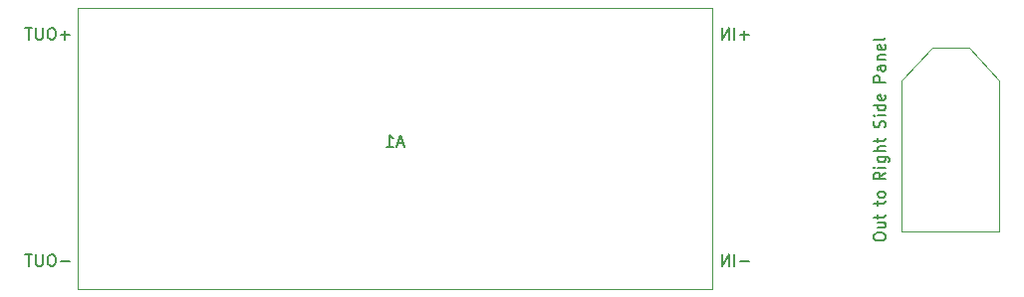
<source format=gbr>
%TF.GenerationSoftware,KiCad,Pcbnew,7.0.0*%
%TF.CreationDate,2023-03-08T15:40:00-05:00*%
%TF.ProjectId,left-side,6c656674-2d73-4696-9465-2e6b69636164,rev?*%
%TF.SameCoordinates,Original*%
%TF.FileFunction,Legend,Bot*%
%TF.FilePolarity,Positive*%
%FSLAX46Y46*%
G04 Gerber Fmt 4.6, Leading zero omitted, Abs format (unit mm)*
G04 Created by KiCad (PCBNEW 7.0.0) date 2023-03-08 15:40:00*
%MOMM*%
%LPD*%
G01*
G04 APERTURE LIST*
%ADD10C,0.150000*%
%ADD11C,0.120000*%
G04 APERTURE END LIST*
D10*
X140768380Y-135390476D02*
X140768380Y-135200000D01*
X140768380Y-135200000D02*
X140816000Y-135104762D01*
X140816000Y-135104762D02*
X140911238Y-135009524D01*
X140911238Y-135009524D02*
X141101714Y-134961905D01*
X141101714Y-134961905D02*
X141435047Y-134961905D01*
X141435047Y-134961905D02*
X141625523Y-135009524D01*
X141625523Y-135009524D02*
X141720761Y-135104762D01*
X141720761Y-135104762D02*
X141768380Y-135200000D01*
X141768380Y-135200000D02*
X141768380Y-135390476D01*
X141768380Y-135390476D02*
X141720761Y-135485714D01*
X141720761Y-135485714D02*
X141625523Y-135580952D01*
X141625523Y-135580952D02*
X141435047Y-135628571D01*
X141435047Y-135628571D02*
X141101714Y-135628571D01*
X141101714Y-135628571D02*
X140911238Y-135580952D01*
X140911238Y-135580952D02*
X140816000Y-135485714D01*
X140816000Y-135485714D02*
X140768380Y-135390476D01*
X141101714Y-134104762D02*
X141768380Y-134104762D01*
X141101714Y-134533333D02*
X141625523Y-134533333D01*
X141625523Y-134533333D02*
X141720761Y-134485714D01*
X141720761Y-134485714D02*
X141768380Y-134390476D01*
X141768380Y-134390476D02*
X141768380Y-134247619D01*
X141768380Y-134247619D02*
X141720761Y-134152381D01*
X141720761Y-134152381D02*
X141673142Y-134104762D01*
X141101714Y-133771428D02*
X141101714Y-133390476D01*
X140768380Y-133628571D02*
X141625523Y-133628571D01*
X141625523Y-133628571D02*
X141720761Y-133580952D01*
X141720761Y-133580952D02*
X141768380Y-133485714D01*
X141768380Y-133485714D02*
X141768380Y-133390476D01*
X141101714Y-132599999D02*
X141101714Y-132219047D01*
X140768380Y-132457142D02*
X141625523Y-132457142D01*
X141625523Y-132457142D02*
X141720761Y-132409523D01*
X141720761Y-132409523D02*
X141768380Y-132314285D01*
X141768380Y-132314285D02*
X141768380Y-132219047D01*
X141768380Y-131742856D02*
X141720761Y-131838094D01*
X141720761Y-131838094D02*
X141673142Y-131885713D01*
X141673142Y-131885713D02*
X141577904Y-131933332D01*
X141577904Y-131933332D02*
X141292190Y-131933332D01*
X141292190Y-131933332D02*
X141196952Y-131885713D01*
X141196952Y-131885713D02*
X141149333Y-131838094D01*
X141149333Y-131838094D02*
X141101714Y-131742856D01*
X141101714Y-131742856D02*
X141101714Y-131599999D01*
X141101714Y-131599999D02*
X141149333Y-131504761D01*
X141149333Y-131504761D02*
X141196952Y-131457142D01*
X141196952Y-131457142D02*
X141292190Y-131409523D01*
X141292190Y-131409523D02*
X141577904Y-131409523D01*
X141577904Y-131409523D02*
X141673142Y-131457142D01*
X141673142Y-131457142D02*
X141720761Y-131504761D01*
X141720761Y-131504761D02*
X141768380Y-131599999D01*
X141768380Y-131599999D02*
X141768380Y-131742856D01*
X141768380Y-129809523D02*
X141292190Y-130142856D01*
X141768380Y-130380951D02*
X140768380Y-130380951D01*
X140768380Y-130380951D02*
X140768380Y-129999999D01*
X140768380Y-129999999D02*
X140816000Y-129904761D01*
X140816000Y-129904761D02*
X140863619Y-129857142D01*
X140863619Y-129857142D02*
X140958857Y-129809523D01*
X140958857Y-129809523D02*
X141101714Y-129809523D01*
X141101714Y-129809523D02*
X141196952Y-129857142D01*
X141196952Y-129857142D02*
X141244571Y-129904761D01*
X141244571Y-129904761D02*
X141292190Y-129999999D01*
X141292190Y-129999999D02*
X141292190Y-130380951D01*
X141768380Y-129380951D02*
X141101714Y-129380951D01*
X140768380Y-129380951D02*
X140816000Y-129428570D01*
X140816000Y-129428570D02*
X140863619Y-129380951D01*
X140863619Y-129380951D02*
X140816000Y-129333332D01*
X140816000Y-129333332D02*
X140768380Y-129380951D01*
X140768380Y-129380951D02*
X140863619Y-129380951D01*
X141101714Y-128476190D02*
X141911238Y-128476190D01*
X141911238Y-128476190D02*
X142006476Y-128523809D01*
X142006476Y-128523809D02*
X142054095Y-128571428D01*
X142054095Y-128571428D02*
X142101714Y-128666666D01*
X142101714Y-128666666D02*
X142101714Y-128809523D01*
X142101714Y-128809523D02*
X142054095Y-128904761D01*
X141720761Y-128476190D02*
X141768380Y-128571428D01*
X141768380Y-128571428D02*
X141768380Y-128761904D01*
X141768380Y-128761904D02*
X141720761Y-128857142D01*
X141720761Y-128857142D02*
X141673142Y-128904761D01*
X141673142Y-128904761D02*
X141577904Y-128952380D01*
X141577904Y-128952380D02*
X141292190Y-128952380D01*
X141292190Y-128952380D02*
X141196952Y-128904761D01*
X141196952Y-128904761D02*
X141149333Y-128857142D01*
X141149333Y-128857142D02*
X141101714Y-128761904D01*
X141101714Y-128761904D02*
X141101714Y-128571428D01*
X141101714Y-128571428D02*
X141149333Y-128476190D01*
X141768380Y-127999999D02*
X140768380Y-127999999D01*
X141768380Y-127571428D02*
X141244571Y-127571428D01*
X141244571Y-127571428D02*
X141149333Y-127619047D01*
X141149333Y-127619047D02*
X141101714Y-127714285D01*
X141101714Y-127714285D02*
X141101714Y-127857142D01*
X141101714Y-127857142D02*
X141149333Y-127952380D01*
X141149333Y-127952380D02*
X141196952Y-127999999D01*
X141101714Y-127238094D02*
X141101714Y-126857142D01*
X140768380Y-127095237D02*
X141625523Y-127095237D01*
X141625523Y-127095237D02*
X141720761Y-127047618D01*
X141720761Y-127047618D02*
X141768380Y-126952380D01*
X141768380Y-126952380D02*
X141768380Y-126857142D01*
X141720761Y-125971427D02*
X141768380Y-125828570D01*
X141768380Y-125828570D02*
X141768380Y-125590475D01*
X141768380Y-125590475D02*
X141720761Y-125495237D01*
X141720761Y-125495237D02*
X141673142Y-125447618D01*
X141673142Y-125447618D02*
X141577904Y-125399999D01*
X141577904Y-125399999D02*
X141482666Y-125399999D01*
X141482666Y-125399999D02*
X141387428Y-125447618D01*
X141387428Y-125447618D02*
X141339809Y-125495237D01*
X141339809Y-125495237D02*
X141292190Y-125590475D01*
X141292190Y-125590475D02*
X141244571Y-125780951D01*
X141244571Y-125780951D02*
X141196952Y-125876189D01*
X141196952Y-125876189D02*
X141149333Y-125923808D01*
X141149333Y-125923808D02*
X141054095Y-125971427D01*
X141054095Y-125971427D02*
X140958857Y-125971427D01*
X140958857Y-125971427D02*
X140863619Y-125923808D01*
X140863619Y-125923808D02*
X140816000Y-125876189D01*
X140816000Y-125876189D02*
X140768380Y-125780951D01*
X140768380Y-125780951D02*
X140768380Y-125542856D01*
X140768380Y-125542856D02*
X140816000Y-125399999D01*
X141768380Y-124971427D02*
X141101714Y-124971427D01*
X140768380Y-124971427D02*
X140816000Y-125019046D01*
X140816000Y-125019046D02*
X140863619Y-124971427D01*
X140863619Y-124971427D02*
X140816000Y-124923808D01*
X140816000Y-124923808D02*
X140768380Y-124971427D01*
X140768380Y-124971427D02*
X140863619Y-124971427D01*
X141768380Y-124066666D02*
X140768380Y-124066666D01*
X141720761Y-124066666D02*
X141768380Y-124161904D01*
X141768380Y-124161904D02*
X141768380Y-124352380D01*
X141768380Y-124352380D02*
X141720761Y-124447618D01*
X141720761Y-124447618D02*
X141673142Y-124495237D01*
X141673142Y-124495237D02*
X141577904Y-124542856D01*
X141577904Y-124542856D02*
X141292190Y-124542856D01*
X141292190Y-124542856D02*
X141196952Y-124495237D01*
X141196952Y-124495237D02*
X141149333Y-124447618D01*
X141149333Y-124447618D02*
X141101714Y-124352380D01*
X141101714Y-124352380D02*
X141101714Y-124161904D01*
X141101714Y-124161904D02*
X141149333Y-124066666D01*
X141720761Y-123209523D02*
X141768380Y-123304761D01*
X141768380Y-123304761D02*
X141768380Y-123495237D01*
X141768380Y-123495237D02*
X141720761Y-123590475D01*
X141720761Y-123590475D02*
X141625523Y-123638094D01*
X141625523Y-123638094D02*
X141244571Y-123638094D01*
X141244571Y-123638094D02*
X141149333Y-123590475D01*
X141149333Y-123590475D02*
X141101714Y-123495237D01*
X141101714Y-123495237D02*
X141101714Y-123304761D01*
X141101714Y-123304761D02*
X141149333Y-123209523D01*
X141149333Y-123209523D02*
X141244571Y-123161904D01*
X141244571Y-123161904D02*
X141339809Y-123161904D01*
X141339809Y-123161904D02*
X141435047Y-123638094D01*
X141768380Y-122133332D02*
X140768380Y-122133332D01*
X140768380Y-122133332D02*
X140768380Y-121752380D01*
X140768380Y-121752380D02*
X140816000Y-121657142D01*
X140816000Y-121657142D02*
X140863619Y-121609523D01*
X140863619Y-121609523D02*
X140958857Y-121561904D01*
X140958857Y-121561904D02*
X141101714Y-121561904D01*
X141101714Y-121561904D02*
X141196952Y-121609523D01*
X141196952Y-121609523D02*
X141244571Y-121657142D01*
X141244571Y-121657142D02*
X141292190Y-121752380D01*
X141292190Y-121752380D02*
X141292190Y-122133332D01*
X141768380Y-120704761D02*
X141244571Y-120704761D01*
X141244571Y-120704761D02*
X141149333Y-120752380D01*
X141149333Y-120752380D02*
X141101714Y-120847618D01*
X141101714Y-120847618D02*
X141101714Y-121038094D01*
X141101714Y-121038094D02*
X141149333Y-121133332D01*
X141720761Y-120704761D02*
X141768380Y-120799999D01*
X141768380Y-120799999D02*
X141768380Y-121038094D01*
X141768380Y-121038094D02*
X141720761Y-121133332D01*
X141720761Y-121133332D02*
X141625523Y-121180951D01*
X141625523Y-121180951D02*
X141530285Y-121180951D01*
X141530285Y-121180951D02*
X141435047Y-121133332D01*
X141435047Y-121133332D02*
X141387428Y-121038094D01*
X141387428Y-121038094D02*
X141387428Y-120799999D01*
X141387428Y-120799999D02*
X141339809Y-120704761D01*
X141101714Y-120228570D02*
X141768380Y-120228570D01*
X141196952Y-120228570D02*
X141149333Y-120180951D01*
X141149333Y-120180951D02*
X141101714Y-120085713D01*
X141101714Y-120085713D02*
X141101714Y-119942856D01*
X141101714Y-119942856D02*
X141149333Y-119847618D01*
X141149333Y-119847618D02*
X141244571Y-119799999D01*
X141244571Y-119799999D02*
X141768380Y-119799999D01*
X141720761Y-118942856D02*
X141768380Y-119038094D01*
X141768380Y-119038094D02*
X141768380Y-119228570D01*
X141768380Y-119228570D02*
X141720761Y-119323808D01*
X141720761Y-119323808D02*
X141625523Y-119371427D01*
X141625523Y-119371427D02*
X141244571Y-119371427D01*
X141244571Y-119371427D02*
X141149333Y-119323808D01*
X141149333Y-119323808D02*
X141101714Y-119228570D01*
X141101714Y-119228570D02*
X141101714Y-119038094D01*
X141101714Y-119038094D02*
X141149333Y-118942856D01*
X141149333Y-118942856D02*
X141244571Y-118895237D01*
X141244571Y-118895237D02*
X141339809Y-118895237D01*
X141339809Y-118895237D02*
X141435047Y-119371427D01*
X141768380Y-118323808D02*
X141720761Y-118419046D01*
X141720761Y-118419046D02*
X141625523Y-118466665D01*
X141625523Y-118466665D02*
X140768380Y-118466665D01*
%TO.C,A1*%
X100790285Y-127343666D02*
X100314095Y-127343666D01*
X100885523Y-127629380D02*
X100552190Y-126629380D01*
X100552190Y-126629380D02*
X100218857Y-127629380D01*
X99361714Y-127629380D02*
X99933142Y-127629380D01*
X99647428Y-127629380D02*
X99647428Y-126629380D01*
X99647428Y-126629380D02*
X99742666Y-126772238D01*
X99742666Y-126772238D02*
X99837904Y-126867476D01*
X99837904Y-126867476D02*
X99933142Y-126915095D01*
X130174856Y-137400428D02*
X129412952Y-137400428D01*
X128936761Y-137781380D02*
X128936761Y-136781380D01*
X128460571Y-137781380D02*
X128460571Y-136781380D01*
X128460571Y-136781380D02*
X127889143Y-137781380D01*
X127889143Y-137781380D02*
X127889143Y-136781380D01*
X72421523Y-137400428D02*
X71659619Y-137400428D01*
X70992952Y-136781380D02*
X70802476Y-136781380D01*
X70802476Y-136781380D02*
X70707238Y-136829000D01*
X70707238Y-136829000D02*
X70612000Y-136924238D01*
X70612000Y-136924238D02*
X70564381Y-137114714D01*
X70564381Y-137114714D02*
X70564381Y-137448047D01*
X70564381Y-137448047D02*
X70612000Y-137638523D01*
X70612000Y-137638523D02*
X70707238Y-137733761D01*
X70707238Y-137733761D02*
X70802476Y-137781380D01*
X70802476Y-137781380D02*
X70992952Y-137781380D01*
X70992952Y-137781380D02*
X71088190Y-137733761D01*
X71088190Y-137733761D02*
X71183428Y-137638523D01*
X71183428Y-137638523D02*
X71231047Y-137448047D01*
X71231047Y-137448047D02*
X71231047Y-137114714D01*
X71231047Y-137114714D02*
X71183428Y-136924238D01*
X71183428Y-136924238D02*
X71088190Y-136829000D01*
X71088190Y-136829000D02*
X70992952Y-136781380D01*
X70135809Y-136781380D02*
X70135809Y-137590904D01*
X70135809Y-137590904D02*
X70088190Y-137686142D01*
X70088190Y-137686142D02*
X70040571Y-137733761D01*
X70040571Y-137733761D02*
X69945333Y-137781380D01*
X69945333Y-137781380D02*
X69754857Y-137781380D01*
X69754857Y-137781380D02*
X69659619Y-137733761D01*
X69659619Y-137733761D02*
X69612000Y-137686142D01*
X69612000Y-137686142D02*
X69564381Y-137590904D01*
X69564381Y-137590904D02*
X69564381Y-136781380D01*
X69231047Y-136781380D02*
X68659619Y-136781380D01*
X68945333Y-137781380D02*
X68945333Y-136781380D01*
X130174856Y-118096428D02*
X129412952Y-118096428D01*
X129793904Y-118477380D02*
X129793904Y-117715476D01*
X128936761Y-118477380D02*
X128936761Y-117477380D01*
X128460571Y-118477380D02*
X128460571Y-117477380D01*
X128460571Y-117477380D02*
X127889143Y-118477380D01*
X127889143Y-118477380D02*
X127889143Y-117477380D01*
X72421523Y-118096428D02*
X71659619Y-118096428D01*
X72040571Y-118477380D02*
X72040571Y-117715476D01*
X70992952Y-117477380D02*
X70802476Y-117477380D01*
X70802476Y-117477380D02*
X70707238Y-117525000D01*
X70707238Y-117525000D02*
X70612000Y-117620238D01*
X70612000Y-117620238D02*
X70564381Y-117810714D01*
X70564381Y-117810714D02*
X70564381Y-118144047D01*
X70564381Y-118144047D02*
X70612000Y-118334523D01*
X70612000Y-118334523D02*
X70707238Y-118429761D01*
X70707238Y-118429761D02*
X70802476Y-118477380D01*
X70802476Y-118477380D02*
X70992952Y-118477380D01*
X70992952Y-118477380D02*
X71088190Y-118429761D01*
X71088190Y-118429761D02*
X71183428Y-118334523D01*
X71183428Y-118334523D02*
X71231047Y-118144047D01*
X71231047Y-118144047D02*
X71231047Y-117810714D01*
X71231047Y-117810714D02*
X71183428Y-117620238D01*
X71183428Y-117620238D02*
X71088190Y-117525000D01*
X71088190Y-117525000D02*
X70992952Y-117477380D01*
X70135809Y-117477380D02*
X70135809Y-118286904D01*
X70135809Y-118286904D02*
X70088190Y-118382142D01*
X70088190Y-118382142D02*
X70040571Y-118429761D01*
X70040571Y-118429761D02*
X69945333Y-118477380D01*
X69945333Y-118477380D02*
X69754857Y-118477380D01*
X69754857Y-118477380D02*
X69659619Y-118429761D01*
X69659619Y-118429761D02*
X69612000Y-118382142D01*
X69612000Y-118382142D02*
X69564381Y-118286904D01*
X69564381Y-118286904D02*
X69564381Y-117477380D01*
X69231047Y-117477380D02*
X68659619Y-117477380D01*
X68945333Y-118477380D02*
X68945333Y-117477380D01*
D11*
X127076000Y-115762000D02*
X73076000Y-115762000D01*
X73076000Y-115762000D02*
X73076000Y-139762000D01*
X73076000Y-139762000D02*
X127076000Y-139762000D01*
X127076000Y-139762000D02*
X127076000Y-115762000D01*
%TO.C,J2*%
X148870000Y-119150000D02*
X151470000Y-122000000D01*
X145720000Y-119150000D02*
X148870000Y-119150000D01*
X151470000Y-122000000D02*
X151470000Y-134850000D01*
X143170000Y-122000000D02*
X145720000Y-119150000D01*
X151470000Y-134850000D02*
X143170000Y-134850000D01*
X143170000Y-134850000D02*
X143170000Y-122000000D01*
%TD*%
M02*

</source>
